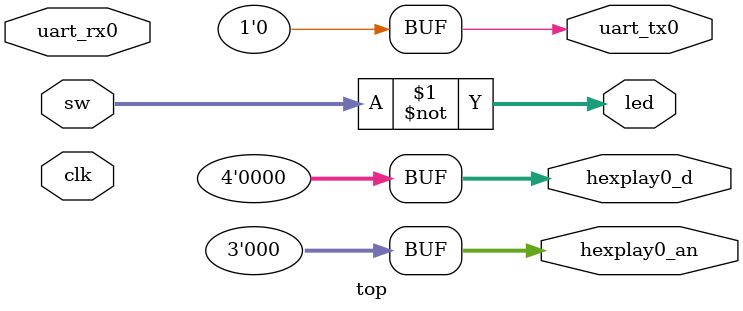
<source format=v>
`timescale 1ns / 1ps

module top(
    input clk,
    input [7:0] sw,
    output [7:0] led,
    output reg uart_tx0 = 0,
    input uart_rx0,
    output reg [2:0]hexplay0_an = 0,
    output reg [3:0]hexplay0_d = 0
    );
    assign led = ~sw;
endmodule

</source>
